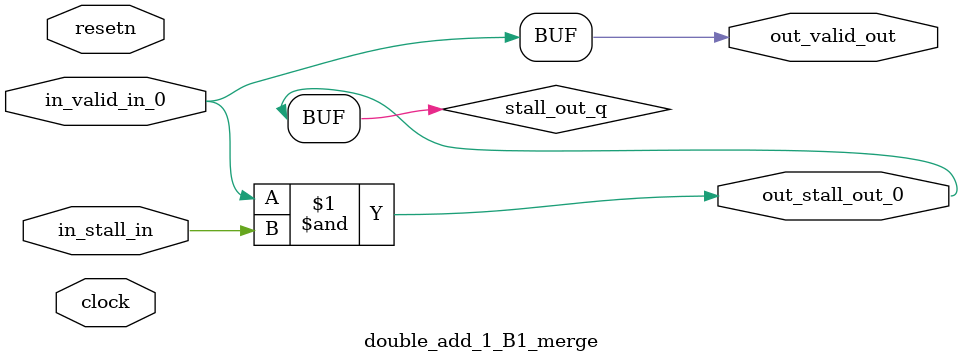
<source format=sv>



(* altera_attribute = "-name AUTO_SHIFT_REGISTER_RECOGNITION OFF; -name MESSAGE_DISABLE 10036; -name MESSAGE_DISABLE 10037; -name MESSAGE_DISABLE 14130; -name MESSAGE_DISABLE 14320; -name MESSAGE_DISABLE 15400; -name MESSAGE_DISABLE 14130; -name MESSAGE_DISABLE 10036; -name MESSAGE_DISABLE 12020; -name MESSAGE_DISABLE 12030; -name MESSAGE_DISABLE 12010; -name MESSAGE_DISABLE 12110; -name MESSAGE_DISABLE 14320; -name MESSAGE_DISABLE 13410; -name MESSAGE_DISABLE 113007; -name MESSAGE_DISABLE 10958" *)
module double_add_1_B1_merge (
    input wire [0:0] in_stall_in,
    input wire [0:0] in_valid_in_0,
    output wire [0:0] out_stall_out_0,
    output wire [0:0] out_valid_out,
    input wire clock,
    input wire resetn
    );

    wire [0:0] stall_out_q;


    // stall_out(LOGICAL,6)
    assign stall_out_q = in_valid_in_0 & in_stall_in;

    // out_stall_out_0(GPOUT,4)
    assign out_stall_out_0 = stall_out_q;

    // out_valid_out(GPOUT,5)
    assign out_valid_out = in_valid_in_0;

endmodule

</source>
